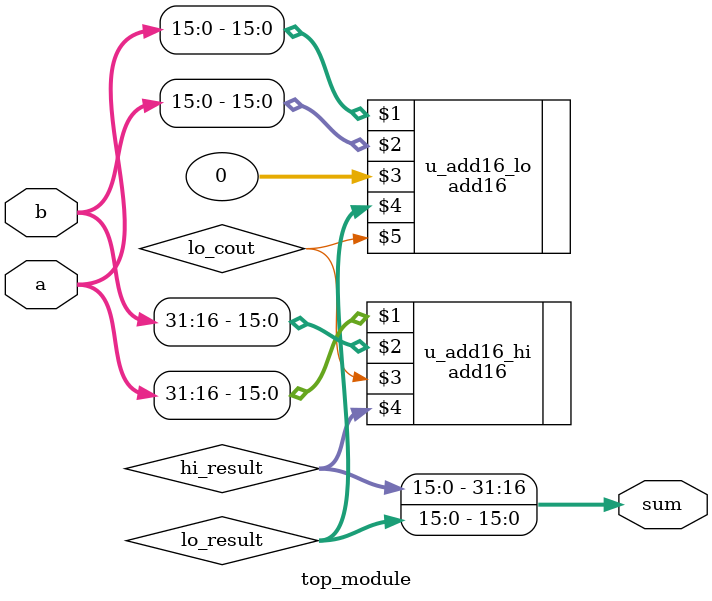
<source format=v>
/**
 * You are given a module add16 that performs a 16-bit addition. Instantiate two of them to create a 32-bit adder. One add16 module computes the lower 16 bits of the addition result, while the second add16 module computes the upper 16 bits of the result, after receiving the carry-out from the first adder. Your 32-bit adder does not need to handle carry-in (assume 0) or carry-out (ignored), but the internal modules need to in order to function correctly. (In other words, the add16 module performs 16-bit a + b + cin, while your module performs 32-bit a + b).
 * 
 * Connect the modules together as shown in the diagram below. The provided module add16 has the following declaration:
 * 
 * module add16 ( input[15:0] a, input[15:0] b, input cin, output[15:0] sum, output cout );
 */

module top_module(
    input [31:0] a,
    input [31:0] b,
    output [31:0] sum
);

	wire [15:0] lo_result, hi_result;
	wire lo_cout;
	
	assign sum = {hi_result, lo_result};
	
	add16 u_add16_lo(a[15:0], b[15:0], 0, lo_result, lo_cout);
	add16 u_add16_hi(a[31:16], b[31:16], lo_cout, hi_result);

endmodule

</source>
